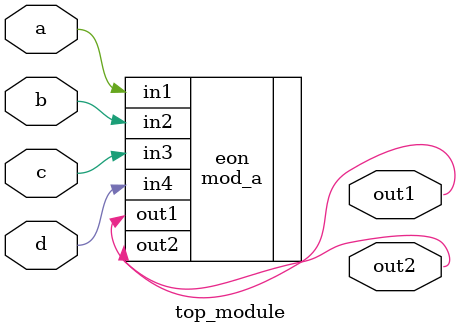
<source format=v>
module top_module ( 
    input a, 
    input b, 
    input c,
    input d,
    output out1,
    output out2
);
    mod_a eon ( .out1(out1), .out2(out2), .in1(a), .in2(b), .in3(c), .in4(d));


endmodule

</source>
